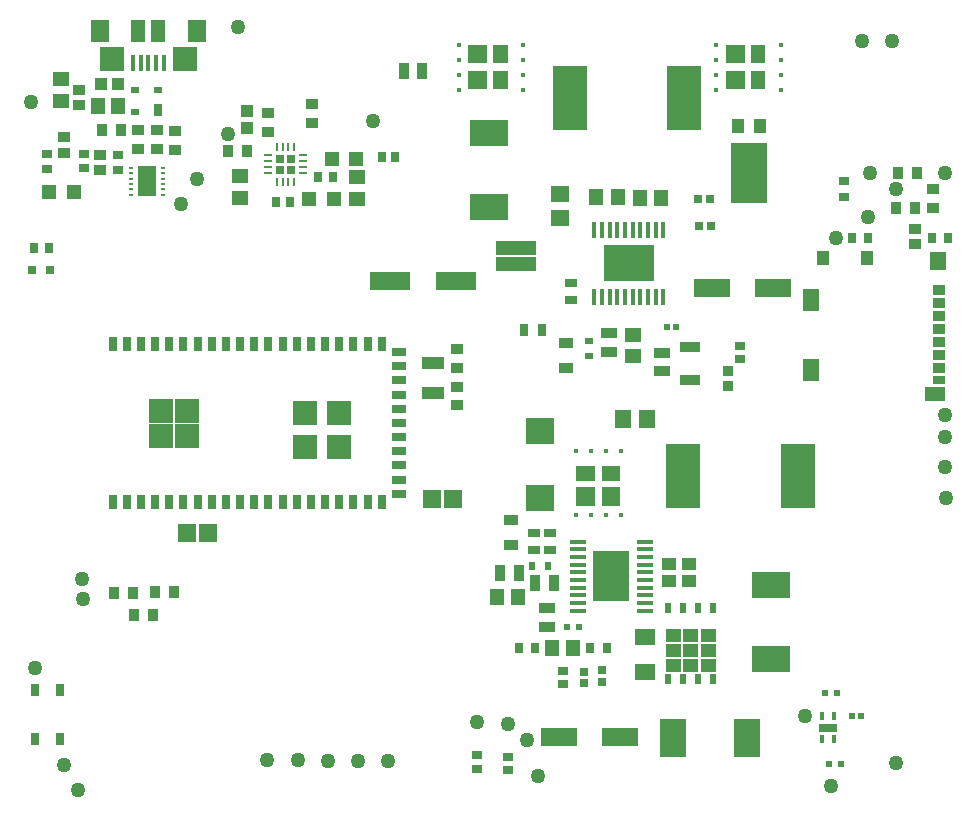
<source format=gtp>
G04*
G04 #@! TF.GenerationSoftware,Altium Limited,Altium NEXUS,4.7.2 (13)*
G04*
G04 Layer_Color=8421504*
%FSLAX25Y25*%
%MOIN*%
G70*
G04*
G04 #@! TF.SameCoordinates,2623A66C-A178-4ADA-913C-0C76BB464C87*
G04*
G04*
G04 #@! TF.FilePolarity,Positive*
G04*
G01*
G75*
%ADD17R,0.02756X0.02756*%
%ADD18R,0.02756X0.02756*%
%ADD19R,0.03568X0.03366*%
%ADD20R,0.12520X0.08584*%
%ADD21R,0.06300X0.02800*%
%ADD22R,0.01200X0.02600*%
%ADD23R,0.02756X0.04724*%
%ADD24R,0.04724X0.02756*%
%ADD25R,0.07874X0.07874*%
%ADD26O,0.03150X0.00906*%
%ADD27O,0.00906X0.03150*%
%ADD28R,0.02953X0.03347*%
%ADD29R,0.03150X0.03740*%
%ADD30R,0.03347X0.02756*%
%ADD31R,0.02756X0.03543*%
%ADD32R,0.03937X0.03150*%
%ADD33R,0.03150X0.02362*%
%ADD34R,0.03937X0.03543*%
%ADD35R,0.02559X0.04134*%
%ADD36R,0.03900X0.04500*%
%ADD37R,0.12200X0.20500*%
%ADD38R,0.01900X0.03800*%
%ADD39C,0.05000*%
%ADD40R,0.02756X0.02362*%
%ADD41R,0.02756X0.03937*%
%ADD42R,0.01400X0.05600*%
%ADD43R,0.17100X0.12400*%
%ADD44R,0.05315X0.07480*%
%ADD45R,0.03937X0.04724*%
%ADD46R,0.05315X0.06102*%
%ADD47R,0.04331X0.03347*%
%ADD48R,0.04331X0.02953*%
%ADD49R,0.07087X0.04606*%
%ADD50R,0.11400X0.21300*%
%ADD51R,0.04724X0.07480*%
%ADD52R,0.06299X0.07480*%
%ADD53R,0.08268X0.07874*%
%ADD54R,0.01575X0.05315*%
%ADD55R,0.01968X0.02362*%
%ADD56R,0.04724X0.03543*%
%ADD57R,0.02288X0.01860*%
%ADD58R,0.03197X0.02593*%
%ADD59R,0.13410X0.04548*%
%ADD60R,0.03150X0.03150*%
%ADD61R,0.04724X0.04724*%
%ADD62R,0.07119X0.05337*%
%ADD63R,0.02047X0.02047*%
%ADD64R,0.04941X0.05733*%
%ADD65R,0.05924X0.06127*%
%ADD66R,0.01693X0.01772*%
%ADD67R,0.01575X0.00984*%
%ADD68R,0.06299X0.09843*%
%ADD69R,0.12000X0.06300*%
%ADD70R,0.03937X0.03740*%
%ADD71R,0.03937X0.04134*%
%ADD72R,0.04921X0.04331*%
%ADD73R,0.03937X0.04331*%
%ADD74R,0.06693X0.03740*%
%ADD75R,0.05709X0.04528*%
%ADD76R,0.06102X0.05315*%
%ADD77R,0.03740X0.05315*%
%ADD78R,0.05315X0.03740*%
%ADD79R,0.04528X0.05709*%
%ADD80R,0.02835X0.02835*%
%ADD81R,0.09800X0.08900*%
%ADD82R,0.13780X0.06299*%
%ADD83R,0.07480X0.04331*%
%ADD84R,0.03543X0.03937*%
%ADD85R,0.05315X0.06102*%
%ADD86R,0.02835X0.02835*%
%ADD87R,0.08584X0.12520*%
%ADD88R,0.03740X0.03150*%
%ADD89R,0.02756X0.03347*%
%ADD90R,0.02362X0.03150*%
%ADD91R,0.02593X0.03197*%
%ADD92R,0.01772X0.01693*%
%ADD93R,0.05600X0.01400*%
%ADD94R,0.12400X0.17100*%
%ADD95R,0.03150X0.03937*%
G36*
X249694Y257590D02*
X244832D01*
Y263770D01*
X249694D01*
Y257590D01*
D02*
G37*
G36*
X242863D02*
X236623D01*
Y263770D01*
X242863D01*
Y257590D01*
D02*
G37*
G36*
X163724D02*
X158862D01*
Y263770D01*
X163724D01*
Y257590D01*
D02*
G37*
G36*
X156893D02*
X150653D01*
Y263770D01*
X156893D01*
Y257590D01*
D02*
G37*
G36*
X249694Y248970D02*
X244832D01*
Y255150D01*
X249694D01*
Y248970D01*
D02*
G37*
G36*
X242863D02*
X236623D01*
Y255150D01*
X242863D01*
Y248970D01*
D02*
G37*
G36*
X163724D02*
X158862D01*
Y255150D01*
X163724D01*
Y248970D01*
D02*
G37*
G36*
X156893D02*
X150653D01*
Y255150D01*
X156893D01*
Y248970D01*
D02*
G37*
G36*
X201374Y118409D02*
X195194D01*
Y123271D01*
X201374D01*
Y118409D01*
D02*
G37*
G36*
X192754D02*
X186574D01*
Y123271D01*
X192754D01*
Y118409D01*
D02*
G37*
G36*
X201374Y110200D02*
X195194D01*
Y116440D01*
X201374D01*
Y110200D01*
D02*
G37*
G36*
X192754D02*
X186574D01*
Y116440D01*
X192754D01*
Y110200D01*
D02*
G37*
G36*
X233064Y64860D02*
X228085D01*
Y69073D01*
X233064D01*
Y64860D01*
D02*
G37*
G36*
X227297D02*
X222318D01*
Y69073D01*
X227297D01*
Y64860D01*
D02*
G37*
G36*
X221531D02*
X216551D01*
Y69073D01*
X221531D01*
Y64860D01*
D02*
G37*
G36*
X233064Y59860D02*
X228085D01*
Y64073D01*
X233064D01*
Y59860D01*
D02*
G37*
G36*
X227297D02*
X222318D01*
Y64073D01*
X227297D01*
Y59860D01*
D02*
G37*
G36*
X221531D02*
X216551D01*
Y64073D01*
X221531D01*
Y59860D01*
D02*
G37*
G36*
X233064Y54860D02*
X228085D01*
Y59073D01*
X233064D01*
Y54860D01*
D02*
G37*
G36*
X227297D02*
X222318D01*
Y59073D01*
X227297D01*
Y54860D01*
D02*
G37*
G36*
X221531D02*
X216551D01*
Y59073D01*
X221531D01*
Y54860D01*
D02*
G37*
D17*
X87928Y225772D02*
D03*
X91472Y222228D02*
D03*
D18*
X87928Y222228D02*
D03*
X91472Y225772D02*
D03*
D19*
X237123Y155021D02*
D03*
Y150094D02*
D03*
D20*
X157653Y234362D02*
D03*
Y209738D02*
D03*
X251519Y83664D02*
D03*
Y59040D02*
D03*
D21*
X270418Y36106D02*
D03*
D22*
X272386Y32256D02*
D03*
X268449D02*
D03*
Y39956D02*
D03*
X272386D02*
D03*
D23*
X32065Y111417D02*
D03*
X36789D02*
D03*
X41514D02*
D03*
X46238D02*
D03*
X50963D02*
D03*
X55687D02*
D03*
X60411D02*
D03*
X65136D02*
D03*
X69860D02*
D03*
X74585D02*
D03*
X79309D02*
D03*
X84034D02*
D03*
X88758D02*
D03*
X93482D02*
D03*
X98207D02*
D03*
X102931D02*
D03*
X107656D02*
D03*
X112380D02*
D03*
X117104D02*
D03*
X121829D02*
D03*
Y164173D02*
D03*
X117104D02*
D03*
X112380D02*
D03*
X107656D02*
D03*
X98207D02*
D03*
X93482D02*
D03*
X88758D02*
D03*
X84034D02*
D03*
X79309D02*
D03*
X74585D02*
D03*
X69860D02*
D03*
X65136D02*
D03*
X60411D02*
D03*
X55687D02*
D03*
X50963D02*
D03*
X46238D02*
D03*
X41514D02*
D03*
X36789D02*
D03*
X32065D02*
D03*
X102931D02*
D03*
D24*
X127502Y114157D02*
D03*
Y123606D02*
D03*
Y128331D02*
D03*
Y133055D02*
D03*
Y137779D02*
D03*
Y142504D02*
D03*
Y147228D02*
D03*
Y151953D02*
D03*
Y156677D02*
D03*
Y161402D02*
D03*
Y118882D02*
D03*
D25*
X107600Y129585D02*
D03*
X96360D02*
D03*
X107600Y141097D02*
D03*
X96360D02*
D03*
X56840Y133317D02*
D03*
X48108D02*
D03*
X56840Y141908D02*
D03*
X48108D02*
D03*
D26*
X83893Y226953D02*
D03*
Y224984D02*
D03*
Y223016D02*
D03*
Y221047D02*
D03*
X95507D02*
D03*
Y223016D02*
D03*
Y224984D02*
D03*
Y226953D02*
D03*
D27*
X86747Y218193D02*
D03*
X88716D02*
D03*
X90684D02*
D03*
X92653D02*
D03*
Y229807D02*
D03*
X90684D02*
D03*
X88716D02*
D03*
X86747D02*
D03*
D28*
X283785Y199555D02*
D03*
X278667D02*
D03*
X310488D02*
D03*
X305369D02*
D03*
D29*
X86434Y211438D02*
D03*
X91355D02*
D03*
X10961Y196100D02*
D03*
X6039D02*
D03*
X100533Y219638D02*
D03*
X105455D02*
D03*
D30*
X164018Y26500D02*
D03*
Y21972D02*
D03*
X22500Y222740D02*
D03*
Y227268D02*
D03*
X182200Y55185D02*
D03*
Y50657D02*
D03*
X241297Y159054D02*
D03*
Y163581D02*
D03*
X153600Y26974D02*
D03*
Y22446D02*
D03*
D31*
X196726Y62910D02*
D03*
X191214D02*
D03*
D32*
X184994Y178595D02*
D03*
Y184500D02*
D03*
X177718Y101194D02*
D03*
Y95288D02*
D03*
X172602Y95288D02*
D03*
Y101194D02*
D03*
D33*
X190942Y165107D02*
D03*
Y159989D02*
D03*
D34*
X83893Y234864D02*
D03*
Y241163D02*
D03*
X146933Y155953D02*
D03*
Y162253D02*
D03*
X53000Y235150D02*
D03*
Y228850D02*
D03*
X146933Y149909D02*
D03*
Y143610D02*
D03*
X40402Y235319D02*
D03*
Y229020D02*
D03*
X46902Y235319D02*
D03*
Y229020D02*
D03*
X305667Y209305D02*
D03*
Y215604D02*
D03*
X98547Y237817D02*
D03*
Y244116D02*
D03*
D35*
X6168Y32531D02*
D03*
Y48869D02*
D03*
X14632D02*
D03*
Y32531D02*
D03*
D36*
X240501Y236680D02*
D03*
X247745D02*
D03*
D37*
X244123Y220980D02*
D03*
D38*
X232308Y76166D02*
D03*
Y52566D02*
D03*
X227308D02*
D03*
X222308D02*
D03*
X217308D02*
D03*
Y76166D02*
D03*
X222308D02*
D03*
X227308D02*
D03*
D39*
X113783Y24969D02*
D03*
X4800Y244900D02*
D03*
X60098Y219228D02*
D03*
X73905Y269700D02*
D03*
X54882Y210773D02*
D03*
X70431Y234047D02*
D03*
X273376Y199555D02*
D03*
X283785Y206531D02*
D03*
X309411Y140394D02*
D03*
X284444Y221101D02*
D03*
X293179Y215604D02*
D03*
X309570Y221101D02*
D03*
X15800Y23600D02*
D03*
X20600Y15400D02*
D03*
X21900Y85796D02*
D03*
X22100Y79100D02*
D03*
X6168Y56200D02*
D03*
X271563Y16622D02*
D03*
X262737Y39956D02*
D03*
X291856Y265150D02*
D03*
X123783Y24969D02*
D03*
X309548Y133000D02*
D03*
X119034Y238318D02*
D03*
X281761Y265150D02*
D03*
X153600Y37921D02*
D03*
X293300Y24400D02*
D03*
X309570Y123000D02*
D03*
X164018Y37549D02*
D03*
X309800Y112893D02*
D03*
X170052Y31991D02*
D03*
X93883Y25469D02*
D03*
X83583D02*
D03*
X173993Y20057D02*
D03*
X103716Y24969D02*
D03*
D40*
X39449Y241283D02*
D03*
Y248764D02*
D03*
X47323D02*
D03*
D41*
Y242071D02*
D03*
D42*
X192678Y179847D02*
D03*
X195237D02*
D03*
X197796D02*
D03*
X200355D02*
D03*
X202914D02*
D03*
X205473D02*
D03*
X208032D02*
D03*
X210591D02*
D03*
X213150D02*
D03*
X215709D02*
D03*
X215709Y202247D02*
D03*
X213150D02*
D03*
X210591D02*
D03*
X208032D02*
D03*
X205473D02*
D03*
X202914D02*
D03*
X200355D02*
D03*
X197796D02*
D03*
X195237D02*
D03*
X192678D02*
D03*
D43*
X204194Y191047D02*
D03*
D44*
X265019Y155299D02*
D03*
Y178803D02*
D03*
D45*
X283425Y192582D02*
D03*
X268858D02*
D03*
D46*
X307145Y191893D02*
D03*
D47*
X307638Y182208D02*
D03*
Y177878D02*
D03*
Y173547D02*
D03*
Y169216D02*
D03*
Y164886D02*
D03*
Y160555D02*
D03*
Y156224D02*
D03*
D48*
Y152090D02*
D03*
D49*
X306259Y147327D02*
D03*
D50*
X184494Y245947D02*
D03*
X222694D02*
D03*
X260394Y120229D02*
D03*
X222194D02*
D03*
D51*
X47303Y268368D02*
D03*
X40610D02*
D03*
D52*
X60098D02*
D03*
X27815D02*
D03*
D53*
X56161Y259116D02*
D03*
X31752D02*
D03*
D54*
X49075Y257837D02*
D03*
X46516D02*
D03*
X43957D02*
D03*
X41398D02*
D03*
X38839D02*
D03*
D55*
X274839Y24106D02*
D03*
X270902D02*
D03*
X187582Y69860D02*
D03*
X183644D02*
D03*
X273639Y47806D02*
D03*
X269702D02*
D03*
D56*
X183222Y156200D02*
D03*
Y164467D02*
D03*
X165035Y105277D02*
D03*
Y97010D02*
D03*
D57*
X220000Y169800D02*
D03*
X217000D02*
D03*
D58*
X275876Y218465D02*
D03*
Y213137D02*
D03*
D59*
X166618Y190689D02*
D03*
Y196008D02*
D03*
D60*
X5347Y188800D02*
D03*
X11253D02*
D03*
D61*
X105728Y212338D02*
D03*
X97460D02*
D03*
X113328Y225866D02*
D03*
X105060D02*
D03*
X19134Y214799D02*
D03*
X10866D02*
D03*
D62*
X209492Y66522D02*
D03*
Y54898D02*
D03*
D63*
X278385Y39956D02*
D03*
X281535D02*
D03*
D64*
X33751Y243348D02*
D03*
X27249D02*
D03*
D65*
X138534Y112402D02*
D03*
X145666D02*
D03*
X56845Y101200D02*
D03*
X63977D02*
D03*
D66*
X233355Y248870D02*
D03*
Y253870D02*
D03*
Y258870D02*
D03*
Y263870D02*
D03*
X254891D02*
D03*
Y258870D02*
D03*
Y253870D02*
D03*
Y248870D02*
D03*
X147385D02*
D03*
Y253870D02*
D03*
Y258870D02*
D03*
Y263870D02*
D03*
X168921D02*
D03*
Y258870D02*
D03*
Y253870D02*
D03*
Y248870D02*
D03*
D67*
X38169Y222772D02*
D03*
Y221000D02*
D03*
Y219228D02*
D03*
Y217457D02*
D03*
Y215685D02*
D03*
Y213913D02*
D03*
X48799D02*
D03*
Y215685D02*
D03*
Y217457D02*
D03*
Y219228D02*
D03*
Y221000D02*
D03*
Y222772D02*
D03*
D68*
X43484Y218342D02*
D03*
D69*
X252050Y182900D02*
D03*
X231750D02*
D03*
X201292Y33223D02*
D03*
X180992D02*
D03*
D70*
X299478Y197404D02*
D03*
Y202522D02*
D03*
X16000Y227882D02*
D03*
Y233000D02*
D03*
X20752Y248756D02*
D03*
Y243638D02*
D03*
X27815Y227228D02*
D03*
Y222110D02*
D03*
D71*
X76730Y235992D02*
D03*
Y241897D02*
D03*
D72*
X224339Y85110D02*
D03*
X217646D02*
D03*
X224139Y90810D02*
D03*
X217446D02*
D03*
D73*
X28146Y250713D02*
D03*
X33854D02*
D03*
D74*
X224657Y163117D02*
D03*
Y152093D02*
D03*
D75*
X205500Y167223D02*
D03*
Y160137D02*
D03*
X74585Y219972D02*
D03*
Y212885D02*
D03*
X15000Y245213D02*
D03*
Y252299D02*
D03*
X113494Y212551D02*
D03*
Y219638D02*
D03*
D76*
X181308Y213984D02*
D03*
Y206110D02*
D03*
D77*
X172843Y84310D02*
D03*
X179142D02*
D03*
X129050Y255037D02*
D03*
X135350D02*
D03*
X161343Y87710D02*
D03*
X167642D02*
D03*
D78*
X197700Y167617D02*
D03*
Y161318D02*
D03*
X215109Y154920D02*
D03*
Y161219D02*
D03*
X176992Y69860D02*
D03*
Y76159D02*
D03*
D79*
X207833Y212900D02*
D03*
X214920D02*
D03*
X160149Y79710D02*
D03*
X167236D02*
D03*
X178449Y62910D02*
D03*
X185536D02*
D03*
X200437Y212947D02*
D03*
X193350D02*
D03*
D80*
X231569Y203500D02*
D03*
X227631D02*
D03*
X231169Y212500D02*
D03*
X227232D02*
D03*
D81*
X174592Y135093D02*
D03*
Y112893D02*
D03*
D82*
X124434Y185166D02*
D03*
X146481D02*
D03*
D83*
X139000Y157725D02*
D03*
Y147883D02*
D03*
D84*
X34902Y235319D02*
D03*
X28602D02*
D03*
X45650Y73600D02*
D03*
X39350D02*
D03*
X300278Y221069D02*
D03*
X293979D02*
D03*
X293179Y209354D02*
D03*
X299478D02*
D03*
X46150Y81400D02*
D03*
X52450D02*
D03*
X32650Y81200D02*
D03*
X38950D02*
D03*
X76730Y228270D02*
D03*
X70431D02*
D03*
D85*
X210215Y139157D02*
D03*
X202341D02*
D03*
D86*
X189238Y54889D02*
D03*
Y50952D02*
D03*
X195300Y55269D02*
D03*
Y51332D02*
D03*
D87*
X218853Y32756D02*
D03*
X243477D02*
D03*
D88*
X10098Y222543D02*
D03*
Y227465D02*
D03*
X33854Y222209D02*
D03*
Y227130D02*
D03*
D89*
X126356Y226264D02*
D03*
X121829D02*
D03*
D90*
X172033Y90095D02*
D03*
X177152D02*
D03*
D91*
X172848Y62910D02*
D03*
X167520D02*
D03*
D92*
X201474Y128468D02*
D03*
X196474D02*
D03*
X191474D02*
D03*
X186474D02*
D03*
Y106932D02*
D03*
X191474D02*
D03*
X196474D02*
D03*
X201474D02*
D03*
D93*
X187092Y98241D02*
D03*
Y95682D02*
D03*
Y93123D02*
D03*
Y90564D02*
D03*
Y88005D02*
D03*
Y85446D02*
D03*
Y82887D02*
D03*
Y80328D02*
D03*
Y77769D02*
D03*
Y75210D02*
D03*
X209492Y75210D02*
D03*
Y77769D02*
D03*
Y80328D02*
D03*
Y82887D02*
D03*
Y88005D02*
D03*
Y90564D02*
D03*
Y93123D02*
D03*
Y98241D02*
D03*
Y85446D02*
D03*
Y95682D02*
D03*
D94*
X198293Y86725D02*
D03*
D95*
X169374Y168750D02*
D03*
X175279D02*
D03*
M02*

</source>
